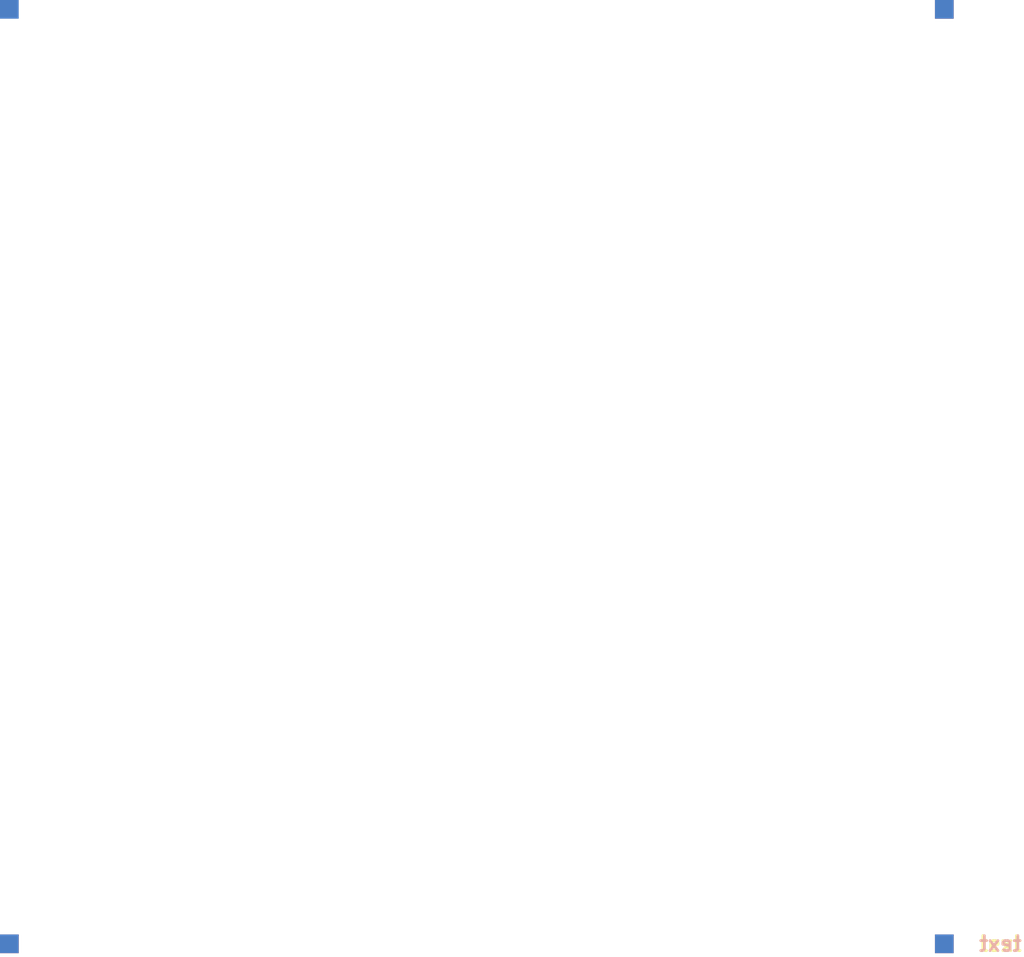
<source format=kicad_pcb>

            
(kicad_pcb (version 20171130) (host pcbnew 5.1.6)

  (page A3)
  (title_block
    (title pcb)
    (rev v1.0.0)
    (company Unknown)
  )

  (general
    (thickness 1.6)
  )

  (layers
    (0 F.Cu signal)
    (31 B.Cu signal)
    (32 B.Adhes user)
    (33 F.Adhes user)
    (34 B.Paste user)
    (35 F.Paste user)
    (36 B.SilkS user)
    (37 F.SilkS user)
    (38 B.Mask user)
    (39 F.Mask user)
    (40 Dwgs.User user)
    (41 Cmts.User user)
    (42 Eco1.User user)
    (43 Eco2.User user)
    (44 Edge.Cuts user)
    (45 Margin user)
    (46 B.CrtYd user)
    (47 F.CrtYd user)
    (48 B.Fab user)
    (49 F.Fab user)
  )

  (setup
    (last_trace_width 0.25)
    (trace_clearance 0.2)
    (zone_clearance 0.508)
    (zone_45_only no)
    (trace_min 0.2)
    (via_size 0.8)
    (via_drill 0.4)
    (via_min_size 0.4)
    (via_min_drill 0.3)
    (uvia_size 0.3)
    (uvia_drill 0.1)
    (uvias_allowed no)
    (uvia_min_size 0.2)
    (uvia_min_drill 0.1)
    (edge_width 0.05)
    (segment_width 0.2)
    (pcb_text_width 0.3)
    (pcb_text_size 1.5 1.5)
    (mod_edge_width 0.12)
    (mod_text_size 1 1)
    (mod_text_width 0.15)
    (pad_size 1.524 1.524)
    (pad_drill 0.762)
    (pad_to_mask_clearance 0.05)
    (aux_axis_origin 0 0)
    (visible_elements FFFFFF7F)
    (pcbplotparams
      (layerselection 0x010fc_ffffffff)
      (usegerberextensions false)
      (usegerberattributes true)
      (usegerberadvancedattributes true)
      (creategerberjobfile true)
      (excludeedgelayer true)
      (linewidth 0.100000)
      (plotframeref false)
      (viasonmask false)
      (mode 1)
      (useauxorigin false)
      (hpglpennumber 1)
      (hpglpenspeed 20)
      (hpglpendiameter 15.000000)
      (psnegative false)
      (psa4output false)
      (plotreference true)
      (plotvalue true)
      (plotinvisibletext false)
      (padsonsilk false)
      (subtractmaskfromsilk false)
      (outputformat 1)
      (mirror false)
      (drillshape 1)
      (scaleselection 1)
      (outputdirectory ""))
  )

            (net 0 "")
(net 1 "net")
            
  (net_class Default "This is the default net class."
    (clearance 0.2)
    (trace_width 0.25)
    (via_dia 0.8)
    (via_drill 0.4)
    (uvia_dia 0.3)
    (uvia_drill 0.1)
    (add_net "")
(add_net "net")
  )

            
    
        (module SMDPad (layer F.Cu) (tedit 5B24D78E)

            (at 0 0 0)

            
            (fp_text reference "PAD1" (at 0 0) (layer F.SilkS) hide (effects (font (size 1.27 1.27) (thickness 0.15))))
            (fp_text value "" (at 0 0) (layer F.SilkS) hide (effects (font (size 1.27 1.27) (thickness 0.15))))
            
            
            (pad 1 smd rect (at 0 0 0) (size 1 1) (layers F.Cu F.Paste F.Mask) (net 1 "net"))

            (pad 1 smd rect (at 0 0 0) (size 1 1) (layers B.Cu B.Paste B.Mask) (net 1 "net"))

            
        )
    
        

    
        (module SMDPad (layer F.Cu) (tedit 5B24D78E)

            (at 50 0 0)

            
            (fp_text reference "PAD2" (at 0 0) (layer F.SilkS) hide (effects (font (size 1.27 1.27) (thickness 0.15))))
            (fp_text value "" (at 0 0) (layer F.SilkS) hide (effects (font (size 1.27 1.27) (thickness 0.15))))
            
            
            (pad 1 smd rect (at 0 0 0) (size 1 1) (layers F.Cu F.Paste F.Mask) (net 1 "net"))
(fp_text user text (at 3 0 0) (layer F.SilkS) (effects (font (size 0.8 0.8) (thickness 0.15)) ))
            (pad 1 smd rect (at 0 0 0) (size 1 1) (layers B.Cu B.Paste B.Mask) (net 1 "net"))
(fp_text user text (at 3 0 0) (layer B.SilkS) (effects (font (size 0.8 0.8) (thickness 0.15)) (justify mirror)))
            
        )
    
        

    
        (module SMDPad (layer F.Cu) (tedit 5B24D78E)

            (at 0 -50 0)

            
            (fp_text reference "PAD3" (at 0 0) (layer F.SilkS) hide (effects (font (size 1.27 1.27) (thickness 0.15))))
            (fp_text value "" (at 0 0) (layer F.SilkS) hide (effects (font (size 1.27 1.27) (thickness 0.15))))
            
            
            
            (pad 1 smd rect (at 0 0 0) (size 1 1) (layers B.Cu B.Paste B.Mask) (net 1 "net"))

            
        )
    
        

    
        (module SMDPad (layer F.Cu) (tedit 5B24D78E)

            (at 50 -50 0)

            
            (fp_text reference "PAD4" (at 0 0) (layer F.SilkS) hide (effects (font (size 1.27 1.27) (thickness 0.15))))
            (fp_text value "" (at 0 0) (layer F.SilkS) hide (effects (font (size 1.27 1.27) (thickness 0.15))))
            
            
            (pad 1 smd rect (at 0 0 0) (size 1 1) (layers F.Cu F.Paste F.Mask) (net 1 "net"))

            (pad 1 smd rect (at 0 0 0) (size 1 1) (layers B.Cu B.Paste B.Mask) (net 1 "net"))

            
        )
    
        
            
            
)

        
</source>
